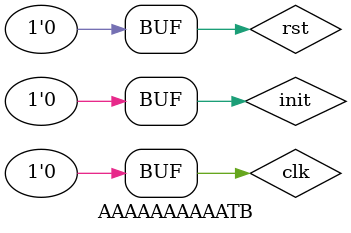
<source format=v>
module AAAAAAAAAATB();

  reg clk = 0;
  reg init = 0;
  reg rst = 1;
  
  initial repeat (15) #3 init = ~init;
  initial repeat (30) #70 clk = ~clk;

  initial begin
    #100
    rst = 0;
  end

	pipeline p(clk, rst, init);
	
endmodule


</source>
